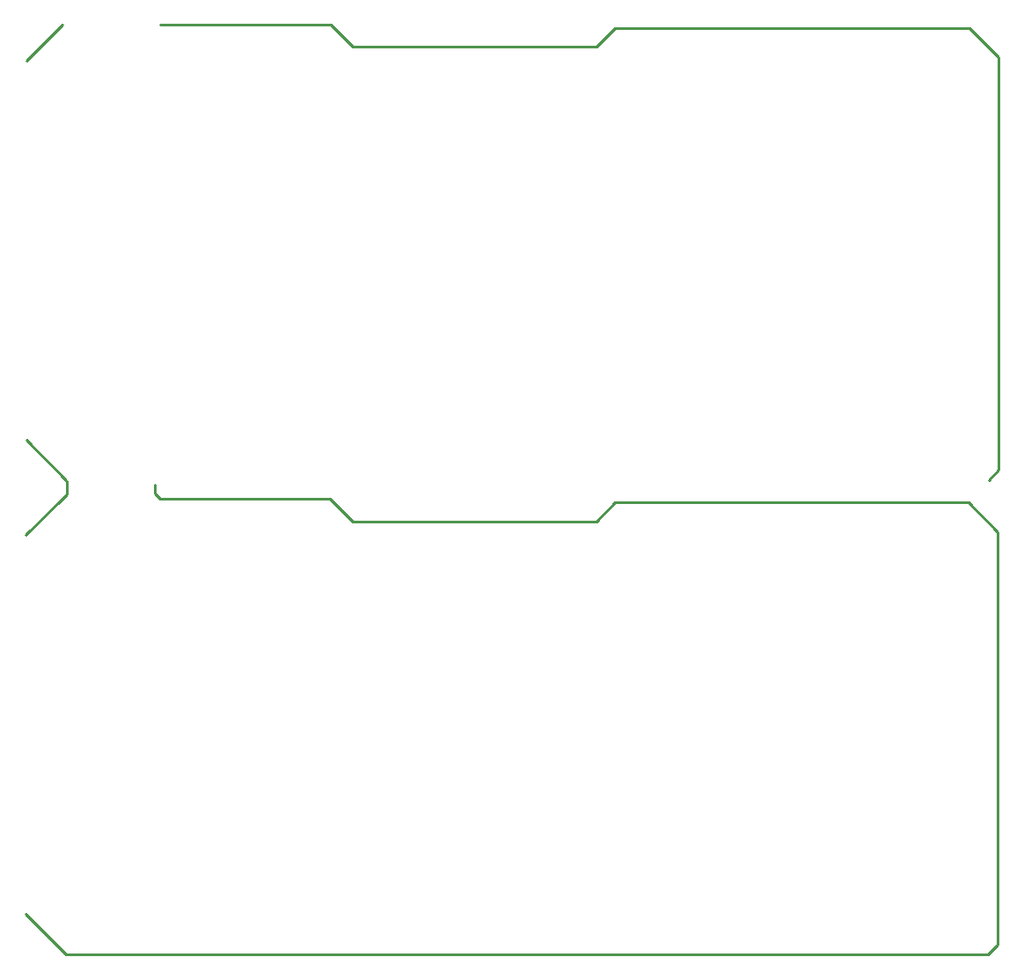
<source format=gko>
G04 Layer_Color=16711935*
%FSTAX24Y24*%
%MOIN*%
G70*
G01*
G75*
%ADD46C,0.0100*%
D46*
X035295Y064165D02*
X048705D01*
X025362Y063461D02*
X034591D01*
X012968Y062937D02*
X014346Y064315D01*
X012968Y048567D02*
X014488Y047047D01*
X018059Y064315D02*
X024508D01*
X048705Y064165D02*
X049811Y063059D01*
X034591Y063461D02*
X035295Y064165D01*
X024508Y064315D02*
X025362Y063461D01*
X049437Y047047D02*
X049811Y047421D01*
Y063059D01*
X012953Y044957D02*
X014331Y046335D01*
X024492D02*
X025346Y04548D01*
X034575D01*
X03528Y046185D01*
X048689D01*
X049795Y045079D01*
Y029441D02*
Y045079D01*
X049421Y029067D02*
X049795Y029441D01*
X014472Y029067D02*
X049421D01*
X012953Y030587D02*
X014472Y029067D01*
X014508Y046512D02*
Y047D01*
X014331Y046335D02*
X014508Y046512D01*
X018043Y046335D02*
X024492D01*
X017854Y046524D02*
X018043Y046335D01*
X017854Y046524D02*
Y04687D01*
M02*

</source>
